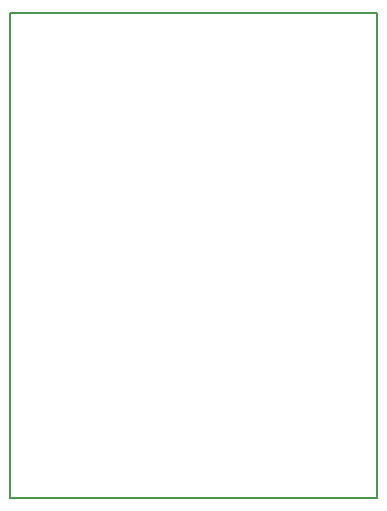
<source format=gko>
G04 Layer_Color=16711935*
%FSLAX43Y43*%
%MOMM*%
G71*
G01*
G75*
%ADD42C,0.200*%
D42*
X0Y41000D02*
X31000D01*
Y0D02*
Y41000D01*
X0Y0D02*
X31000D01*
X0D02*
Y41000D01*
M02*

</source>
